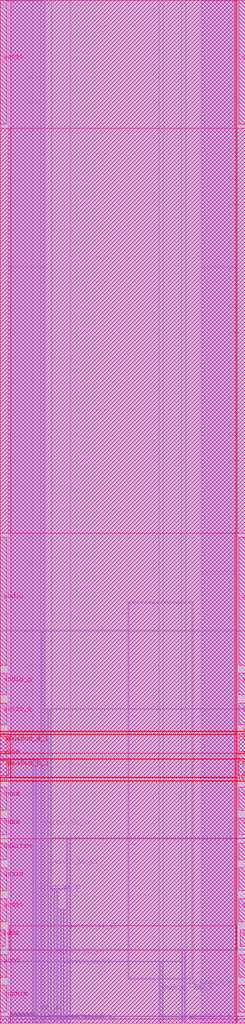
<source format=lef>
# Copyright 2020 The SkyWater PDK Authors
#
# Licensed under the Apache License, Version 2.0 (the "License");
# you may not use this file except in compliance with the License.
# You may obtain a copy of the License at
#
#     https://www.apache.org/licenses/LICENSE-2.0
#
# Unless required by applicable law or agreed to in writing, software
# distributed under the License is distributed on an "AS IS" BASIS,
# WITHOUT WARRANTIES OR CONDITIONS OF ANY KIND, either express or implied.
# See the License for the specific language governing permissions and
# limitations under the License.
#
# SPDX-License-Identifier: Apache-2.0

VERSION 5.5 ;
NAMESCASESENSITIVE ON ;
BUSBITCHARS "[]" ;
DIVIDERCHAR "/" ;

MACRO sky130_fd_io__top_amuxsplitv2
  CLASS PAD ;
  SOURCE USER ;
  ORIGIN 0 0 ;
  SIZE 48 BY 200 ;
  SYMMETRY X Y R90 ;

  PIN switch_bb_sr
    DIRECTION INPUT ;
    USE SIGNAL ;
    PORT
      LAYER met2 ;
        RECT 8.24 0 8.5 0.64 ;
    END
    PORT
      LAYER met1 ;
        RECT 8.24 0 8.5 76.515 ;
    END
    ANTENNAGATEAREA 0.5 LAYER met1 ;
    ANTENNAPARTIALMETALSIDEAREA 53.1125 LAYER met1 ;
    ANTENNAGATEAREA 0.5 LAYER met2 ;
    ANTENNAPARTIALMETALSIDEAREA 20.0334 LAYER met2 ;
    ANTENNAGATEAREA 0.5 LAYER met3 ;
    ANTENNAGATEAREA 0.5 LAYER met4 ;
    ANTENNAGATEAREA 0.5 LAYER met5 ;
    ANTENNAPARTIALCUTAREA 0.18 LAYER via ;
  END switch_bb_sr

  PIN switch_bb_sl
    DIRECTION INPUT ;
    USE SIGNAL ;
    PORT
      LAYER met2 ;
        RECT 9.5 0 9.76 0.64 ;
    END
    PORT
      LAYER met1 ;
        RECT 9.5 0 9.76 61.225 ;
    END
    ANTENNAGATEAREA 0.5 LAYER met1 ;
    ANTENNAPARTIALMETALSIDEAREA 42.4095 LAYER met1 ;
    ANTENNAGATEAREA 0.5 LAYER met2 ;
    ANTENNAPARTIALMETALSIDEAREA 19.1514 LAYER met2 ;
    ANTENNAGATEAREA 0.5 LAYER met3 ;
    ANTENNAGATEAREA 0.5 LAYER met4 ;
    ANTENNAGATEAREA 0.5 LAYER met5 ;
    ANTENNAPARTIALCUTAREA 0.18 LAYER via ;
  END switch_bb_sl

  PIN switch_bb_s0
    DIRECTION INPUT ;
    USE SIGNAL ;
    PORT
      LAYER met2 ;
        RECT 10.76 0 11.02 0.64 ;
    END
    PORT
      LAYER met1 ;
        RECT 10.76 0 11.02 26.035 ;
    END
    ANTENNAGATEAREA 0.5 LAYER met1 ;
    ANTENNAPARTIALMETALSIDEAREA 17.7765 LAYER met1 ;
    ANTENNAGATEAREA 0.5 LAYER met2 ;
    ANTENNAPARTIALMETALSIDEAREA 8.91158 LAYER met2 ;
    ANTENNAGATEAREA 0.5 LAYER met3 ;
    ANTENNAGATEAREA 0.5 LAYER met4 ;
    ANTENNAGATEAREA 0.5 LAYER met5 ;
    ANTENNAPARTIALCUTAREA 0.18 LAYER via ;
  END switch_bb_s0

  PIN switch_aa_sr
    DIRECTION INPUT ;
    USE SIGNAL ;
    PORT
      LAYER met2 ;
        RECT 6.56 0 6.82 0.64 ;
    END
    PORT
      LAYER met1 ;
        RECT 6.56 0 6.82 51.275 ;
    END
    ANTENNAGATEAREA 0.5 LAYER met1 ;
    ANTENNAPARTIALMETALSIDEAREA 35.3535 LAYER met1 ;
    ANTENNAGATEAREA 0.5 LAYER met2 ;
    ANTENNAPARTIALMETALSIDEAREA 21.2094 LAYER met2 ;
    ANTENNAGATEAREA 0.5 LAYER met3 ;
    ANTENNAGATEAREA 0.5 LAYER met4 ;
    ANTENNAGATEAREA 0.5 LAYER met5 ;
    ANTENNAPARTIALCUTAREA 0.18 LAYER via ;
  END switch_aa_sr

  PIN switch_aa_sl
    DIRECTION INPUT ;
    USE SIGNAL ;
    PORT
      LAYER met2 ;
        RECT 13.28 0 13.54 0.64 ;
    END
    PORT
      LAYER met1 ;
        RECT 13.28 0 13.54 35.985 ;
    END
    ANTENNAGATEAREA 0.5 LAYER met1 ;
    ANTENNAPARTIALMETALSIDEAREA 24.6505 LAYER met1 ;
    ANTENNAGATEAREA 0.5 LAYER met2 ;
    ANTENNAPARTIALMETALSIDEAREA 16.5054 LAYER met2 ;
    ANTENNAGATEAREA 0.5 LAYER met3 ;
    ANTENNAGATEAREA 0.5 LAYER met4 ;
    ANTENNAGATEAREA 0.5 LAYER met5 ;
    ANTENNAPARTIALCUTAREA 0.18 LAYER via ;
  END switch_aa_sl

  PIN switch_aa_s0
    DIRECTION INPUT ;
    USE SIGNAL ;
    PORT
      LAYER met2 ;
        RECT 12.02 0 12.28 0.64 ;
    END
    PORT
      LAYER met1 ;
        RECT 12.02 0 12.28 22.025 ;
    END
    ANTENNAGATEAREA 0.5 LAYER met1 ;
    ANTENNAPARTIALMETALSIDEAREA 14.8785 LAYER met1 ;
    ANTENNAGATEAREA 0.5 LAYER met2 ;
    ANTENNAPARTIALMETALSIDEAREA 8.02958 LAYER met2 ;
    ANTENNAGATEAREA 0.5 LAYER met3 ;
    ANTENNAGATEAREA 0.5 LAYER met4 ;
    ANTENNAGATEAREA 0.5 LAYER met5 ;
    ANTENNAPARTIALCUTAREA 0.18 LAYER via ;
  END switch_aa_s0

  PIN hld_vdda_h_n
    DIRECTION INPUT ;
    USE SIGNAL ;
    PORT
      LAYER met2 ;
        RECT 35.79 0 36.05 14.155 ;
    END
    PORT
      LAYER met1 ;
        RECT 35.79 0 36.05 0.64 ;
    END
    ANTENNAGATEAREA 2.4 LAYER met1 ;
    ANTENNAGATEAREA 2.4 LAYER met2 ;
    ANTENNAPARTIALMETALSIDEAREA 10.0905 LAYER met2 ;
    ANTENNAGATEAREA 2.4 LAYER met3 ;
    ANTENNAGATEAREA 2.4 LAYER met4 ;
    ANTENNAGATEAREA 2.4 LAYER met5 ;
    ANTENNAPARTIALCUTAREA 0.09 LAYER via ;
  END hld_vdda_h_n

  PIN enable_vdda_h
    DIRECTION INPUT ;
    USE SIGNAL ;
    PORT
      LAYER met2 ;
        RECT 31.39 0 31.65 11.845 ;
    END
    PORT
      LAYER met1 ;
        RECT 31.39 0 31.65 0.64 ;
    END
    ANTENNAGATEAREA 2.4 LAYER met1 ;
    ANTENNAGATEAREA 2.4 LAYER met2 ;
    ANTENNAPARTIALMETALSIDEAREA 9.1035 LAYER met2 ;
    ANTENNAGATEAREA 2.4 LAYER met3 ;
    ANTENNAGATEAREA 2.4 LAYER met4 ;
    ANTENNAGATEAREA 2.4 LAYER met5 ;
    ANTENNAPARTIALCUTAREA 0.135 LAYER via ;
  END enable_vdda_h

  PIN amuxbus_b_l
    DIRECTION INOUT ;
    USE SIGNAL ;
    PORT
      LAYER met4 ;
        RECT 0 48.365 1.67 51.345 ;
    END
    ANTENNADIFFAREA 61.6 LAYER met1 ;
    ANTENNADIFFAREA 61.6 LAYER met2 ;
    ANTENNADIFFAREA 61.6 LAYER met3 ;
    ANTENNADIFFAREA 61.6 LAYER met4 ;
    ANTENNADIFFAREA 61.6 LAYER met5 ;
    ANTENNAPARTIALMETALSIDEAREA 25.328 LAYER met4 ;
  END amuxbus_b_l

  PIN amuxbus_b_r
    DIRECTION INOUT ;
    USE SIGNAL ;
    PORT
      LAYER met4 ;
        RECT 46.54 48.365 48 51.345 ;
    END
    ANTENNADIFFAREA 61.6 LAYER met1 ;
    ANTENNADIFFAREA 61.6 LAYER met2 ;
    ANTENNADIFFAREA 61.6 LAYER met3 ;
    ANTENNADIFFAREA 61.6 LAYER met4 ;
    ANTENNADIFFAREA 61.6 LAYER met5 ;
    ANTENNAPARTIALMETALSIDEAREA 27.352 LAYER met4 ;
  END amuxbus_b_r

  PIN amuxbus_a_l
    DIRECTION INOUT ;
    USE SIGNAL ;
    PORT
      LAYER met4 ;
        RECT 0 53.125 1.605 56.105 ;
    END
    ANTENNADIFFAREA 61.6 LAYER met1 ;
    ANTENNADIFFAREA 61.6 LAYER met2 ;
    ANTENNADIFFAREA 61.6 LAYER met3 ;
    ANTENNADIFFAREA 61.6 LAYER met4 ;
    ANTENNADIFFAREA 61.6 LAYER met5 ;
    ANTENNAPARTIALMETALSIDEAREA 25.432 LAYER met4 ;
  END amuxbus_a_l

  PIN amuxbus_a_r
    DIRECTION INOUT ;
    USE SIGNAL ;
    PORT
      LAYER met4 ;
        RECT 46.73 53.125 48 56.105 ;
    END
    ANTENNADIFFAREA 61.6 LAYER met1 ;
    ANTENNADIFFAREA 61.6 LAYER met2 ;
    ANTENNADIFFAREA 61.6 LAYER met3 ;
    ANTENNADIFFAREA 61.6 LAYER met4 ;
    ANTENNADIFFAREA 61.6 LAYER met5 ;
    ANTENNAPARTIALMETALSIDEAREA 27.656 LAYER met4 ;
  END amuxbus_a_r

  PIN vcchib
    DIRECTION INOUT ;
    USE POWER ;
    PORT
      LAYER met5 ;
        RECT 46.73 2.135 48 7.385 ;
    END
    PORT
      LAYER met5 ;
        RECT 0 2.135 1.27 7.385 ;
    END
  END vcchib

  PIN vddio
    DIRECTION INOUT ;
    USE POWER ;
    PORT
      LAYER met5 ;
        RECT 46.73 19.885 48 24.335 ;
    END
    PORT
      LAYER met5 ;
        RECT 0 19.885 1.27 24.335 ;
    END
    PORT
      LAYER met5 ;
        RECT 0 70.035 1.27 94.985 ;
    END
    PORT
      LAYER met5 ;
        RECT 46.73 70.035 48 94.985 ;
    END
  END vddio

  PIN vddio_q
    DIRECTION INOUT ;
    USE POWER ;
    PORT
      LAYER met5 ;
        RECT 0 64.185 1.27 68.435 ;
    END
    PORT
      LAYER met5 ;
        RECT 46.73 64.185 48 68.435 ;
    END
  END vddio_q

  PIN vccd
    DIRECTION INOUT ;
    USE POWER ;
    PORT
      LAYER met5 ;
        RECT 0 8.985 1.27 13.435 ;
    END
    PORT
      LAYER met5 ;
        RECT 46.73 8.985 48 13.435 ;
    END
  END vccd

  PIN vswitch
    DIRECTION INOUT ;
    USE POWER ;
    PORT
      LAYER met5 ;
        RECT 0 31.985 1.27 35.235 ;
    END
    PORT
      LAYER met5 ;
        RECT 46.73 31.985 48 35.235 ;
    END
  END vswitch

  PIN vssio
    DIRECTION INOUT ;
    USE GROUND ;
    PORT
      LAYER met5 ;
        RECT 0 25.935 1.27 30.385 ;
    END
    PORT
      LAYER met5 ;
        RECT 46.73 25.935 48 30.385 ;
    END
    PORT
      LAYER met5 ;
        RECT 0 175.785 1.27 200 ;
    END
    PORT
      LAYER met5 ;
        RECT 46.73 175.785 48 200 ;
    END
  END vssio

  PIN vssio_q
    DIRECTION INOUT ;
    USE GROUND ;
    PORT
      LAYER met5 ;
        RECT 0 58.335 1.27 62.585 ;
    END
    PORT
      LAYER met5 ;
        RECT 46.73 58.335 48 62.585 ;
    END
  END vssio_q

  PIN vssd
    DIRECTION INOUT ;
    USE GROUND ;
    PORT
      LAYER met5 ;
        RECT 0 41.685 1.27 46.135 ;
    END
    PORT
      LAYER met5 ;
        RECT 46.73 41.685 48 46.135 ;
    END
  END vssd

  PIN vdda
    DIRECTION INOUT ;
    USE POWER ;
    PORT
      LAYER met5 ;
        RECT 0 15.035 0.965 18.285 ;
    END
    PORT
      LAYER met5 ;
        RECT 47.035 15.035 48 18.285 ;
    END
  END vdda

  PIN vssa
    DIRECTION INOUT ;
    USE GROUND ;
    PORT
      LAYER met5 ;
        RECT 0 36.84 1.27 40.085 ;
    END
    PORT
      LAYER met5 ;
        RECT 46.73 36.84 48 40.085 ;
    END
    PORT
      LAYER met5 ;
        RECT 0 47.735 1.27 56.735 ;
    END
    PORT
      LAYER met5 ;
        RECT 46.73 47.735 48 56.735 ;
    END
    PORT
      LAYER met4 ;
        RECT 46.73 47.735 48 48.065 ;
    END
    PORT
      LAYER met4 ;
        RECT 46.73 56.405 48 56.735 ;
    END
  END vssa
  OBS
    LAYER met5 ;
      RECT 0 0 48 1.335 ;
      RECT 0 95.785 48 174.985 ;
      RECT 1.765 14.235 46.235 19.085 ;
      RECT 2.07 174.985 45.93 200 ;
      RECT 2.07 1.335 45.93 14.235 ;
      RECT 2.07 19.085 45.93 95.785 ;
      RECT 0 36.035 48 36.04 ;
    LAYER met4 ;
      RECT 46.33 51.745 48 52.725 ;
      RECT 0 51.745 2.005 52.725 ;
      RECT 0 47.335 46.33 47.965 ;
      RECT 0 0 46.33 47.965 ;
      RECT 0 0 48 47.335 ;
      RECT 2.07 47.965 46.14 51.745 ;
      RECT 0 57.135 48 200 ;
      RECT 0 56.505 46.33 200 ;
      RECT 0 56.505 46.33 57.135 ;
      RECT 2.005 51.745 46.33 200 ;
      RECT 2.005 51.745 46.33 56.505 ;
      RECT 2.07 0 46.14 200 ;
      RECT 0 51.645 48 52.825 ;
      RECT 0 56.405 46.43 57.035 ;
      RECT 0 47.435 46.43 48.065 ;
      RECT 0 57.035 48 200 ;
      RECT 0 0 48 47.435 ;
      RECT 1.905 52.825 46.43 56.405 ;
      RECT 1.97 48.065 46.24 51.645 ;
    LAYER met3 ;
      RECT 0 0 48 200 ;
    LAYER met2 ;
      RECT 7.1 0 7.96 0.92 ;
      RECT 8.78 0 9.22 0.92 ;
      RECT 10.04 0 10.48 0.92 ;
      RECT 11.3 0 11.74 0.92 ;
      RECT 12.56 0 13 0.92 ;
      RECT 36.33 0 48 200 ;
      RECT 36.33 0 48 14.435 ;
      RECT 0 0 6.28 0.92 ;
      RECT 13.82 0 31.11 0.92 ;
      RECT 0 0 6.28 200 ;
      RECT 0 0.92 31.11 200 ;
      RECT 0 12.125 35.51 200 ;
      RECT 0 14.435 48 200 ;
      RECT 0 12.125 35.51 14.435 ;
      RECT 0 0.92 31.11 12.125 ;
      RECT 13.82 0 31.11 200 ;
      RECT 31.93 0 35.51 200 ;
      RECT 31.93 0 35.51 12.125 ;
      RECT 0 0 6.42 0.78 ;
      RECT 0 0.78 31.25 11.985 ;
      RECT 0 14.295 48 200 ;
      RECT 0 11.985 35.65 14.295 ;
      RECT 6.96 0 8.1 0.78 ;
      RECT 8.64 0 9.36 0.78 ;
      RECT 9.9 0 10.62 0.78 ;
      RECT 11.16 0 11.88 0.78 ;
      RECT 12.42 0 13.14 0.78 ;
      RECT 13.68 0 31.25 0.78 ;
      RECT 31.79 0 35.65 11.985 ;
      RECT 36.19 0 48 14.295 ;
    LAYER met1 ;
      RECT 7.1 0 7.96 51.555 ;
      RECT 8.78 0 9.22 61.505 ;
      RECT 10.04 26.315 13 36.265 ;
      RECT 10.04 0 10.48 26.315 ;
      RECT 11.3 0 11.74 22.305 ;
      RECT 11.3 22.305 13 26.315 ;
      RECT 12.56 0 13 22.305 ;
      RECT 13.82 0 31.11 0.92 ;
      RECT 31.93 0 35.51 0.92 ;
      RECT 36.33 0 48 0.92 ;
      RECT 13.82 0 31.11 36.265 ;
      RECT 13.82 0.92 48 36.265 ;
      RECT 31.93 0 35.51 36.265 ;
      RECT 36.33 0 48 36.265 ;
      RECT 0 51.555 7.96 200 ;
      RECT 0 0 6.28 76.795 ;
      RECT 0 51.555 7.96 76.795 ;
      RECT 0 0 6.28 51.555 ;
      RECT 0 76.795 48 200 ;
      RECT 8.78 61.505 48 200 ;
      RECT 8.78 61.505 48 76.795 ;
      RECT 10.04 36.265 48 200 ;
      RECT 10.04 36.265 48 61.505 ;
      RECT 13.82 0.92 48 61.505 ;
      RECT 0 0 6.42 51.415 ;
      RECT 0 51.415 8.1 76.655 ;
      RECT 0 76.655 48 200 ;
      RECT 6.96 0 8.1 51.415 ;
      RECT 8.64 0 9.36 61.365 ;
      RECT 8.64 61.365 48 76.655 ;
      RECT 9.9 0 10.62 26.175 ;
      RECT 9.9 26.175 13.14 36.125 ;
      RECT 9.9 36.125 48 61.365 ;
      RECT 11.16 22.165 13.14 26.175 ;
      RECT 11.16 0 11.88 22.165 ;
      RECT 12.42 0 13.14 22.165 ;
      RECT 13.68 0 31.25 0.78 ;
      RECT 13.68 0.78 48 36.125 ;
      RECT 31.79 0 35.65 0.78 ;
      RECT 36.19 0 48 0.78 ;
    LAYER li1 ;
      RECT 1.575 148.01 8.645 199.875 ;
      RECT 1.575 0.135 8.595 147.715 ;
      RECT 1.625 147.715 8.595 148.01 ;
      RECT 24.99 82.16 37.795 82.39 ;
      RECT 24.99 8.845 25.22 82.16 ;
      RECT 37.565 8.845 37.795 82.16 ;
      RECT 24.99 8.615 37.795 8.845 ;
      RECT 39.35 148.01 46.42 199.875 ;
      RECT 39.35 0.135 46.42 87.905 ;
      RECT 39.4 147.715 46.37 148.01 ;
      RECT 39.4 88.36 46.42 147.715 ;
      RECT 39.4 87.905 46.37 88.36 ;
  END
END sky130_fd_io__top_amuxsplitv2
  
END LIBRARY

</source>
